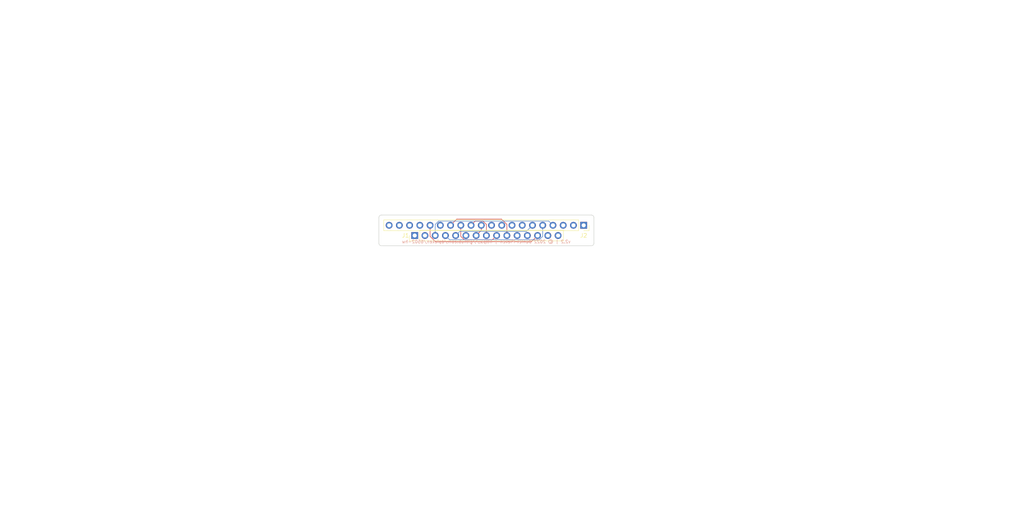
<source format=kicad_pcb>
(kicad_pcb (version 20211014) (generator pcbnew)
  (title_block (title "6502 SBC Expansion - NHD-0420CW interposer") (date "2022-03-07") (rev "2.2"))
  (layers (0 "F.Cu" signal) (1 "In1.Cu" signal) (2 "In2.Cu" signal) (31 "B.Cu" signal) (34 "B.Paste" user) (35 "F.Paste" user) (36 "B.SilkS" user "B.Silkscreen") (37 "F.SilkS" user "F.Silkscreen") (38 "B.Mask" user) (39 "F.Mask" user) (44 "Edge.Cuts" user))
  (net 0 "")
  (net 1 "+5V")
  (net 2 "RS")
  (net 3 "{slash}W")
  (net 4 "E")
  (net 6 "DB4")
  (net 7 "DB5")
  (net 8 "DB6")
  (net 9 "DB7")
  (net 12 "{slash}RESET")
  (net 13 "GND")
  (footprint "Connector_PinHeader_2.54mm:PinHeader_1x15_P2.54mm_Vertical" (layer "F.Cu") (at 125.73 88.9 90)
    (fp_text reference "J1" (at 0 -2.286 180) (layer "F.SilkS"))
    (fp_text value "SBC_EXP")
    (fp_line (start -1.33 -1.33) (end 0 -1.33) (layer "F.SilkS") (width 0.12))
    (fp_line (start -1.33 1.27) (end 1.33 1.27) (layer "F.SilkS") (width 0.12))
    (fp_line (start -1.33 0) (end -1.33 -1.33) (layer "F.SilkS") (width 0.12))
    (fp_line (start 1.33 1.27) (end 1.33 36.89) (layer "F.SilkS") (width 0.12))
    (fp_line (start -1.33 1.27) (end -1.33 36.89) (layer "F.SilkS") (width 0.12))
    (fp_line (start -1.33 36.89) (end 1.33 36.89) (layer "F.SilkS") (width 0.12))
    (pad "1" thru_hole rect locked (at 0 0 90) (size 1.7 1.7) (drill 1) (layers *.Cu *.Mask) (net 1 "+5V"))
    (pad "2" thru_hole oval locked (at 0 2.54 90) (size 1.7 1.7) (drill 1) (layers *.Cu *.Mask) (net 1 "+5V"))
    (pad "3" thru_hole oval locked (at 0 5.08 90) (size 1.7 1.7) (drill 1) (layers *.Cu *.Mask) (net 2 "RS"))
    (pad "4" thru_hole oval locked (at 0 7.62 90) (size 1.7 1.7) (drill 1) (layers *.Cu *.Mask) (net 3 "{slash}W"))
    (pad "5" thru_hole oval locked (at 0 10.16 90) (size 1.7 1.7) (drill 1) (layers *.Cu *.Mask) (net 4 "E"))
    (pad "6" thru_hole oval locked (at 0 12.7 90) (size 1.7 1.7) (drill 1) (layers *.Cu *.Mask))
    (pad "7" thru_hole oval locked (at 0 15.24 90) (size 1.7 1.7) (drill 1) (layers *.Cu *.Mask) (net 6 "DB4"))
    (pad "8" thru_hole oval locked (at 0 17.78 90) (size 1.7 1.7) (drill 1) (layers *.Cu *.Mask) (net 7 "DB5"))
    (pad "9" thru_hole oval locked (at 0 20.32 90) (size 1.7 1.7) (drill 1) (layers *.Cu *.Mask) (net 8 "DB6"))
    (pad "10" thru_hole oval locked (at 0 22.86 90) (size 1.7 1.7) (drill 1) (layers *.Cu *.Mask) (net 9 "DB7"))
    (pad "11" thru_hole oval locked (at 0 25.4 90) (size 1.7 1.7) (drill 1) (layers *.Cu *.Mask))
    (pad "12" thru_hole oval locked (at 0 27.94 90) (size 1.7 1.7) (drill 1) (layers *.Cu *.Mask))
    (pad "13" thru_hole oval locked (at 0 30.48 90) (size 1.7 1.7) (drill 1) (layers *.Cu *.Mask) (net 12 "{slash}RESET"))
    (pad "14" thru_hole oval locked (at 0 33.02 90) (size 1.7 1.7) (drill 1) (layers *.Cu *.Mask) (net 13 "GND"))
    (pad "15" thru_hole oval locked (at 0 35.56 90) (size 1.7 1.7) (drill 1) (layers *.Cu *.Mask))
  )
  (footprint "Connector_PinSocket_2.54mm:PinSocket_1x20_P2.54mm_Vertical" (layer "F.Cu") (at 167.64 86.36 -90)
    (fp_text reference "J2" (at 2.54 0) (layer "F.SilkS"))
    (fp_text value "NHD-0420CW")
    (fp_line (start -1.33 49.59) (end 1.33 49.59) (layer "F.SilkS") (width 0.12))
    (fp_line (start -1.33 1.27) (end -1.33 49.59) (layer "F.SilkS") (width 0.12))
    (fp_line (start 1.33 -1.33) (end 1.33 0) (layer "F.SilkS") (width 0.12))
    (fp_line (start 1.33 1.27) (end 1.33 49.59) (layer "F.SilkS") (width 0.12))
    (fp_line (start 0 -1.33) (end 1.33 -1.33) (layer "F.SilkS") (width 0.12))
    (fp_line (start -1.33 1.27) (end 1.33 1.27) (layer "F.SilkS") (width 0.12))
    (pad "1" thru_hole rect locked (at 0 0 270) (size 1.7 1.7) (drill 1) (layers *.Cu *.Mask) (net 13 "GND"))
    (pad "2" thru_hole oval locked (at 0 2.54 270) (size 1.7 1.7) (drill 1) (layers *.Cu *.Mask) (net 1 "+5V"))
    (pad "3" thru_hole oval locked (at 0 5.08 270) (size 1.7 1.7) (drill 1) (layers *.Cu *.Mask) (net 1 "+5V"))
    (pad "4" thru_hole oval locked (at 0 7.62 270) (size 1.7 1.7) (drill 1) (layers *.Cu *.Mask) (net 2 "RS"))
    (pad "5" thru_hole oval locked (at 0 10.16 270) (size 1.7 1.7) (drill 1) (layers *.Cu *.Mask) (net 3 "{slash}W"))
    (pad "6" thru_hole oval locked (at 0 12.7 270) (size 1.7 1.7) (drill 1) (layers *.Cu *.Mask) (net 4 "E"))
    (pad "7" thru_hole oval locked (at 0 15.24 270) (size 1.7 1.7) (drill 1) (layers *.Cu *.Mask) (net 13 "GND"))
    (pad "8" thru_hole oval locked (at 0 17.78 270) (size 1.7 1.7) (drill 1) (layers *.Cu *.Mask) (net 13 "GND"))
    (pad "9" thru_hole oval locked (at 0 20.32 270) (size 1.7 1.7) (drill 1) (layers *.Cu *.Mask) (net 13 "GND"))
    (pad "10" thru_hole oval locked (at 0 22.86 270) (size 1.7 1.7) (drill 1) (layers *.Cu *.Mask) (net 13 "GND"))
    (pad "11" thru_hole oval locked (at 0 25.4 270) (size 1.7 1.7) (drill 1) (layers *.Cu *.Mask) (net 6 "DB4"))
    (pad "12" thru_hole oval locked (at 0 27.94 270) (size 1.7 1.7) (drill 1) (layers *.Cu *.Mask) (net 7 "DB5"))
    (pad "13" thru_hole oval locked (at 0 30.48 270) (size 1.7 1.7) (drill 1) (layers *.Cu *.Mask) (net 8 "DB6"))
    (pad "14" thru_hole oval locked (at 0 33.02 270) (size 1.7 1.7) (drill 1) (layers *.Cu *.Mask) (net 9 "DB7"))
    (pad "15" thru_hole oval locked (at 0 35.56 270) (size 1.7 1.7) (drill 1) (layers *.Cu *.Mask) (net 13 "GND"))
    (pad "16" thru_hole oval locked (at 0 38.1 270) (size 1.7 1.7) (drill 1) (layers *.Cu *.Mask) (net 12 "{slash}RESET"))
    (pad "17" thru_hole oval locked (at 0 40.64 270) (size 1.7 1.7) (drill 1) (layers *.Cu *.Mask) (net 1 "+5V"))
    (pad "18" thru_hole oval locked (at 0 43.18 270) (size 1.7 1.7) (drill 1) (layers *.Cu *.Mask) (net 13 "GND"))
    (pad "19" thru_hole oval locked (at 0 45.72 270) (size 1.7 1.7) (drill 1) (layers *.Cu *.Mask) (net 1 "+5V"))
    (pad "20" thru_hole oval locked (at 0 48.26 270) (size 1.7 1.7) (drill 1) (layers *.Cu *.Mask) (net 13 "GND"))
  )
  (gr_arc (start 169.545 83.82) (mid 169.994013 84.005987) (end 170.18 84.455) (layer "Edge.Cuts") (width 0.127))
  (gr_arc (start 170.179999 90.804999) (mid 169.994012 91.254012) (end 169.544999 91.439999) (layer "Edge.Cuts") (width 0.127))
  (gr_line (start 116.84 90.805) (end 116.84 84.455) (layer "Edge.Cuts") (width 0.127))
  (gr_arc (start 117.475 91.44) (mid 117.025987 91.254013) (end 116.84 90.805) (layer "Edge.Cuts") (width 0.127))
  (gr_line (start 169.545 91.44) (end 117.475 91.44) (layer "Edge.Cuts") (width 0.127))
  (gr_line (start 117.475 83.82) (end 169.545 83.82) (layer "Edge.Cuts") (width 0.127))
  (gr_line (start 170.18 84.455) (end 170.18 90.805) (layer "Edge.Cuts") (width 0.127))
  (gr_arc (start 116.84 84.455) (mid 117.025987 84.005987) (end 117.475 83.82) (layer "Edge.Cuts") (width 0.127))
  (gr_text "v2.2 | © 2022 Daniel Picken | https://github.com/dpicken/6502-hw" (at 164.469072 90.424) (layer "B.SilkS") (effects (font (size 0.762 0.762) (thickness 0.127)) (justify left mirror)))
  (segment (start 158.979989 85.319989) (end 160.02 86.36) (width 0.127) (layer "B.Cu") (net 2))
  (segment (start 130.81 88.9) (end 130.81 86.159201) (width 0.127) (layer "B.Cu") (net 2))
  (segment (start 131.649212 85.319989) (end 158.979989 85.319989) (width 0.127) (layer "B.Cu") (net 2))
  (segment (start 130.81 86.159201) (end 131.649212 85.319989) (width 0.127) (layer "B.Cu") (net 2))
  (segment (start 133.35 88.9) (end 134.390011 89.940011) (width 0.127) (layer "B.Cu") (net 3))
  (segment (start 156.640788 89.940011) (end 157.48 89.100799) (width 0.127) (layer "B.Cu") (net 3))
  (segment (start 157.48 89.100799) (end 157.48 86.36) (width 0.127) (layer "B.Cu") (net 3))
  (segment (start 134.390011 89.940011) (end 156.640788 89.940011) (width 0.127) (layer "B.Cu") (net 3))
  (segment (start 153.440011 87.859989) (end 154.94 86.36) (width 0.127) (layer "B.Cu") (net 4))
  (segment (start 135.89 88.9) (end 136.930011 87.859989) (width 0.127) (layer "B.Cu") (net 4))
  (segment (start 136.930011 87.859989) (end 153.440011 87.859989) (width 0.127) (layer "B.Cu") (net 4))
  (segment (start 140.97 88.9) (end 142.24 87.63) (width 0.127) (layer "F.Cu") (net 6))
  (segment (start 142.24 87.63) (end 142.24 86.36) (width 0.127) (layer "F.Cu") (net 6))
  (segment (start 140.740011 85.319989) (end 139.7 86.36) (width 0.127) (layer "F.Cu") (net 7))
  (segment (start 143.51 88.9) (end 143.51 86.159201) (width 0.127) (layer "F.Cu") (net 7))
  (segment (start 143.51 86.159201) (end 142.670788 85.319989) (width 0.127) (layer "F.Cu") (net 7))
  (segment (start 142.670788 85.319989) (end 140.740011 85.319989) (width 0.127) (layer "F.Cu") (net 7))
  (segment (start 145.009989 89.940011) (end 137.999212 89.940011) (width 0.127) (layer "F.Cu") (net 8))
  (segment (start 146.05 88.9) (end 145.009989 89.940011) (width 0.127) (layer "F.Cu") (net 8))
  (segment (start 137.16 89.100799) (end 137.16 86.36) (width 0.127) (layer "F.Cu") (net 8))
  (segment (start 137.999212 89.940011) (end 137.16 89.100799) (width 0.127) (layer "F.Cu") (net 8))
  (segment (start 136.144 84.836) (end 134.62 86.36) (width 0.127) (layer "F.Cu") (net 9))
  (segment (start 148.59 86.159201) (end 147.266799 84.836) (width 0.127) (layer "F.Cu") (net 9))
  (segment (start 148.59 88.9) (end 148.59 86.159201) (width 0.127) (layer "F.Cu") (net 9))
  (segment (start 147.266799 84.836) (end 136.144 84.836) (width 0.127) (layer "F.Cu") (net 9))
  (segment (start 156.21 88.9) (end 154.686 90.424) (width 0.127) (layer "F.Cu") (net 12))
  (segment (start 130.863201 90.424) (end 129.54 89.100799) (width 0.127) (layer "F.Cu") (net 12))
  (segment (start 129.54 89.100799) (end 129.54 86.36) (width 0.127) (layer "F.Cu") (net 12))
  (segment (start 154.686 90.424) (end 130.863201 90.424) (width 0.127) (layer "F.Cu") (net 12))
)
</source>
